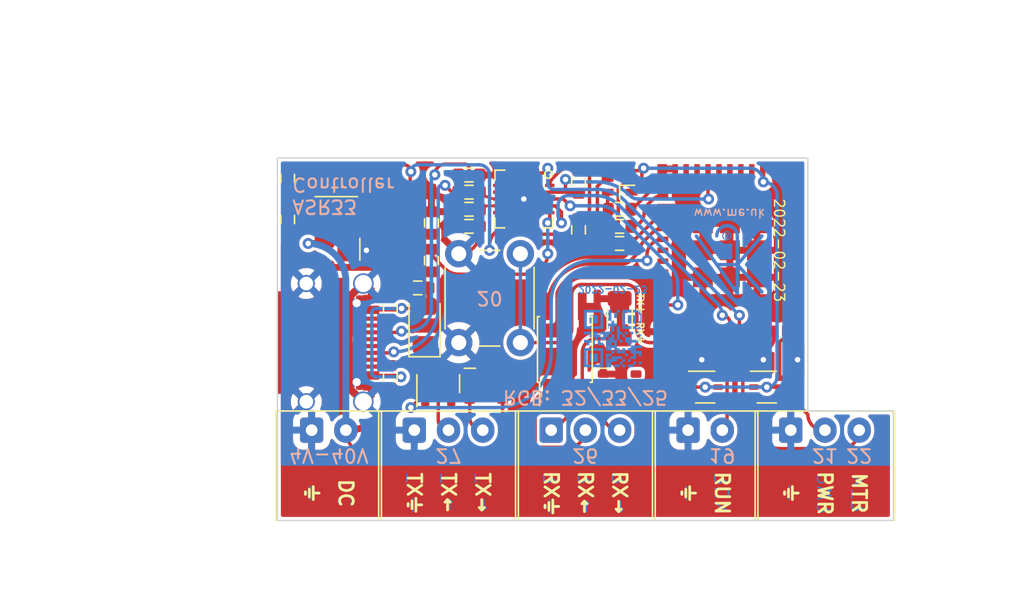
<source format=kicad_pcb>
(kicad_pcb (version 20211014) (generator pcbnew)
  (title_block (title "ASR33 driver") (date "${DATE}") (rev "1") (comment 1 "www.me.uk") (comment 2 "@TheRealRevK"))
  (layers (0 "F.Cu" signal) (31 "B.Cu" signal) (34 "B.Paste" user) (35 "F.Paste" user) (36 "B.SilkS" user "B.Silkscreen") (37 "F.SilkS" user "F.Silkscreen") (38 "B.Mask" user) (39 "F.Mask" user) (44 "Edge.Cuts" user))
  (property "DATE" "2022-02-23")
  (net 0 "")
  (net 1 "D+")
  (net 2 "GND")
  (net 3 "D-")
  (net 4 "+3V3")
  (net 5 "VBUS")
  (net 7 "MTR")
  (net 8 "PWR")
  (net 9 "RUN")
  (net 10 "RX20MA")
  (net 11 "O")
  (net 12 "I")
  (net 13 "Net-(J1-PadA5)")
  (net 22 "EN")
  (net 24 "Net-(J1-PadB5)")
  (net 26 "GPIO0")
  (net 28 "Net-(D1-Pad2)")
  (net 29 "TX20MA")
  (net 30 "Net-(C2-Pad1)")
  (net 31 "Net-(D1-Pad3)")
  (net 32 "R")
  (net 33 "G")
  (net 34 "B")
  (net 36 "Net-(R2-Pad2)")
  (net 37 "Net-(D1-Pad4)")
  (net 38 "Net-(C3-Pad1)")
  (net 39 "Net-(J5-Pad2)")
  (net 40 "Net-(J6-Pad1)")
  (net 41 "Net-(J6-Pad2)")
  (net 46 "BUTTON")
  (net 48 "Net-(R11-Pad2)")
  (net 49 "Net-(J5-Pad3)")
  (net 50 "DC")
  (net 52 "Net-(J6-Pad3)")
  (footprint "RevK:Hidden" (layer "F.Cu") (at 109.75 107.75)
    (fp_text reference "D5" hide)
    (fp_text value "Schottky")
  )
  (footprint "RevK:USC16-TR-Round" (layer "F.Cu") (at 120 107 -90)
    (fp_text reference "J1" hide)
    (fp_text value "USB-C")
  )
  (footprint "RevK:SOT-457" (layer "F.Cu") (at 145 110.25)
    (fp_text reference "U4" hide)
    (fp_text value "NCR402U")
  )
  (footprint "RevK:R_0603" (layer "F.Cu") (at 145 99.75)
    (fp_text reference "R6" hide)
    (fp_text value "220R")
  )
  (footprint "RevK:R_0603" (layer "F.Cu") (at 142 95.25 90)
    (fp_text reference "R1" hide)
    (fp_text value "10k")
  )
  (footprint "RevK:QFN-20-1EP_4x4mm_P0.5mm_EP2.5x2.5mm" (layer "F.Cu") (at 138 96.5 -90)
    (fp_text reference "U2" hide)
    (fp_text value "FT231XQ")
  )
  (footprint "Package_SO:SO-4_4.4x3.6mm_P2.54mm" (layer "F.Cu") (at 141 107.5 90)
    (fp_text reference "U5" hide)
    (fp_text value "LTV-356T")
  )
  (footprint "RevK:C_0603" (layer "F.Cu") (at 130.25 103)
    (fp_text reference "C4" hide)
    (fp_text value "10nF")
  )
  (footprint "RevK:Pad_1206_0805_Bridged" (layer "F.Cu") (at 145 105.25 -90)
    (fp_text reference "JP1" hide)
    (fp_text value "Jumper_2_Bridged")
  )
  (footprint "RevK:R_0603" (layer "F.Cu") (at 120.75 98 90)
    (fp_text reference "R12" hide)
    (fp_text value "30k 1% or NF")
  )
  (footprint "RevK:Hidden" (layer "F.Cu") (at 107.25 107.75)
    (fp_text reference "C5" hide)
    (fp_text value "0.1uF")
  )
  (footprint "RevK:Molex_MiniSPOX_H3RA" (layer "F.Cu") (at 132.5 113.4)
    (fp_text reference "J5" hide)
    (fp_text value "Tx")
  )
  (footprint "RevK:C_0603" (layer "F.Cu") (at 134 94.75)
    (fp_text reference "C3" hide)
    (fp_text value "47pF")
  )
  (footprint "RevK:SOT-457" (layer "F.Cu") (at 135.25 110.25)
    (fp_text reference "U3" hide)
    (fp_text value "NCR402U")
  )
  (footprint "RevK:R_0603" (layer "F.Cu") (at 128.25 109.5 90)
    (fp_text reference "R8" hide)
    (fp_text value "5K1")
  )
  (footprint "RevK:Hidden" (layer "F.Cu") (at 103.01 107.57)
    (fp_text reference "C7" hide)
    (fp_text value "10uF")
  )
  (footprint "RevK:R_0603" (layer "F.Cu") (at 120.75 95 -90)
    (fp_text reference "R11" hide)
    (fp_text value "100k 1% or 0R")
  )
  (footprint "RevK:R_0603" (layer "F.Cu") (at 128.25 104.5 90)
    (fp_text reference "R7" hide)
    (fp_text value "5K1")
  )
  (footprint "RevK:R_0603" (layer "F.Cu") (at 131.25 101 90)
    (fp_text reference "R2" hide)
    (fp_text value "4k7")
  )
  (footprint "RevK:ESP32-PICO-MINI-02" (layer "F.Cu") (at 153.05675 100.25 -90)
    (fp_text reference "U1" hide)
    (fp_text value "ESP32-PICO-MINI-02")
  )
  (footprint "Package_TO_SOT_SMD:SOT-363_SC-70-6" (layer "F.Cu") (at 155.75 110.25)
    (fp_text reference "D2" hide)
    (fp_text value "BAV99S")
  )
  (footprint "RevK:C_0603" (layer "F.Cu") (at 134 98.5)
    (fp_text reference "C2" hide)
    (fp_text value "47pF")
  )
  (footprint "RevK:R_0603" (layer "F.Cu") (at 145 97.25)
    (fp_text reference "R4" hide)
    (fp_text value "680R")
  )
  (footprint "RevK:LED-RGB-1.6x1.6" (layer "F.Cu") (at 145 95.5)
    (fp_text reference "D1" hide)
    (fp_text value "RGB")
  )
  (footprint "Diode_SMD:D_1206_3216Metric" (layer "F.Cu") (at 130.75 105.75 90)
    (fp_text reference "D4" hide)
    (fp_text value "Schottky")
  )
  (footprint "RevK:R_0603" (layer "F.Cu") (at 134 97.25)
    (fp_text reference "R9" hide)
    (fp_text value "27R")
  )
  (footprint "RevK:R_0603" (layer "F.Cu") (at 131.25 98.25 90)
    (fp_text reference "R3" hide)
    (fp_text value "10k")
  )
  (footprint "Package_TO_SOT_SMD:SOT-23" (layer "F.Cu") (at 131.75 110 90)
    (fp_text reference "Q1" hide)
    (fp_text value "NX7002AK")
  )
  (footprint "RevK:RegulatorBlockFB" (layer "F.Cu") (at 124.3 97)
    (fp_text reference "U6" hide)
    (fp_text value "LMR16006+FB")
  )
  (footprint "RevK:Molex_MiniSPOX_H3RA" (layer "F.Cu") (at 142.5 113.4)
    (fp_text reference "J6" hide)
    (fp_text value "Rx")
  )
  (footprint "RevK:R_0603" (layer "F.Cu") (at 145 98.5)
    (fp_text reference "R5" hide)
    (fp_text value "2K")
  )
  (footprint "RevK:R_0603" (layer "F.Cu") (at 134 96 180)
    (fp_text reference "R10" hide)
    (fp_text value "27R")
  )
  (footprint "RevK:Molex_MiniSPOX_H2RA" (layer "F.Cu") (at 123.75 113.4)
    (fp_text reference "J2" hide)
    (fp_text value "DC")
  )
  (footprint "RevK:Hidden" (layer "F.Cu") (at 100.89 107.57)
    (fp_text reference "L1" hide)
    (fp_text value "6.8uH")
  )
  (footprint "RevK:Hidden" (layer "F.Cu") (at 105.13 107.75)
    (fp_text reference "C6" hide)
    (fp_text value "2.2uF")
  )
  (footprint "RevK:SW_PUSH_6mm_PTH" (layer "F.Cu") (at 135.5 103.75 90)
    (fp_text reference "SW1" hide)
    (fp_text value "SW_Push")
  )
  (footprint "RevK:Molex_MiniSPOX_H3RA" (layer "F.Cu") (at 160 113.4)
    (fp_text reference "J3" hide)
    (fp_text value "Power")
  )
  (footprint "Package_TO_SOT_SMD:SOT-363_SC-70-6" (layer "F.Cu") (at 151.25 110.25)
    (fp_text reference "D3" hide)
    (fp_text value "BAV99S")
  )
  (footprint "RevK:Molex_MiniSPOX_H2RA" (layer "F.Cu") (at 151.25 113.4)
    (fp_text reference "J4" hide)
    (fp_text value "RUN")
  )
  (footprint "RevK:C_0603" (layer "F.Cu") (at 142 98.75 -90)
    (fp_text reference "C1" hide)
    (fp_text value "100nF")
  )
  (footprint "RevK:QR-ASR33" (layer "B.Cu") (at 144.5 106.7)
    (fp_text reference "U7" hide)
    (fp_text value "QR" hide)
  )
  (footprint "RevK:AJK" (layer "B.Cu") (at 153.6 101.3)
    (fp_text reference "Logo1" hide)
    (fp_text value "AJK" hide)
  )
  (gr_line (start 158.75 93.5) (end 158.75 112) (layer "Edge.Cuts") (width 0.1))
  (gr_line (start 165 120) (end 120 120) (layer "Edge.Cuts") (width 0.1))
  (gr_line (start 158.75 112) (end 165 112) (layer "Edge.Cuts") (width 0.1))
  (gr_line (start 120 120) (end 120 93.5) (layer "Edge.Cuts") (width 0.1))
  (gr_line (start 165 112) (end 165 120) (layer "Edge.Cuts") (width 0.1))
  (gr_line (start 120 93.5) (end 158.75 93.5) (layer "Edge.Cuts") (width 0.1))
  (gr_text "⏚" (at 150 118 90) (layer "B.Cu") (effects (font (size 1 1) (thickness 0.1)) (justify mirror)))
  (gr_text "⏚" (at 122.5 118 90) (layer "B.Cu") (effects (font (size 1 1) (thickness 0.1)) (justify mirror)))
  (gr_text "TX←" (at 132.5 118 90) (layer "B.Cu") (effects (font (size 1 1) (thickness 0.1)) (justify mirror)))
  (gr_text "MTR" (at 162.5 118 90) (layer "B.Cu") (effects (font (size 1 1) (thickness 0.1)) (justify mirror)))
  (gr_text "⏚" (at 157.5 118 90) (layer "B.Cu") (effects (font (size 1 1) (thickness 0.1)) (justify mirror)))
  (gr_text "RX→" (at 145 118 90) (layer "B.Cu") (effects (font (size 1 1) (thickness 0.1)) (justify mirror)))
  (gr_text "RUN" (at 152.5 118 90) (layer "B.Cu") (effects (font (size 1 1) (thickness 0.1)) (justify mirror)))
  (gr_text "DC" (at 125 118 90) (layer "B.Cu") (effects (font (size 1 1) (thickness 0.1)) (justify mirror)))
  (gr_text "TX→" (at 135 118 90) (layer "B.Cu") (effects (font (size 1 1) (thickness 0.1)) (justify mirror)))
  (gr_text "TX⏚" (at 130 118 90) (layer "B.Cu") (effects (font (size 1 1) (thickness 0.1)) (justify mirror)))
  (gr_text "PWR" (at 160 118 90) (layer "B.Cu") (effects (font (size 1 1) (thickness 0.1)) (justify mirror)))
  (gr_text "RX⏚" (at 140 118 90) (layer "B.Cu") (effects (font (size 1 1) (thickness 0.1)) (justify mirror)))
  (gr_text "RX←" (at 142.5 118 90) (layer "B.Cu") (effects (font (size 1 1) (thickness 0.1)) (justify mirror)))
  (gr_text "21" (at 160 115.25 180) (layer "B.SilkS") (effects (font (size 1 1)) (justify mirror)))
  (gr_text "ASR33\nController" (at 121 96.25 180) (layer "B.SilkS") (effects (font (size 1 1)) (justify left mirror)))
  (gr_text "4V-40V" (at 123.75 115.25 180) (layer "B.SilkS") (effects (font (size 1 1)) (justify mirror)))
  (gr_text "26" (at 142.5 115.25 180) (layer "B.SilkS") (effects (font (size 1 1)) (justify mirror)))
  (gr_text "22" (at 162.5 115.25 180) (layer "B.SilkS") (effects (font (size 1 1)) (justify mirror)))
  (gr_text "20" (at 135.5 103.75 180) (layer "B.SilkS") (effects (font (size 1 1)) (justify mirror)))
  (gr_text "RGB: 32/33/25" (at 142.5 111 180) (layer "B.SilkS") (effects (font (size 1 1)) (justify mirror)))
  (gr_text "19" (at 152.5 115.25 180) (layer "B.SilkS") (effects (font (size 1 1)) (justify mirror)))
  (gr_text "27" (at 132.5 115.25 180) (layer "B.SilkS") (effects (font (size 1 1)) (justify mirror)))
  (gr_text "MTR" (at 162.5 118 270) (layer "F.SilkS") (effects (font (size 1 1) (thickness 0.2))))
  (gr_text "⏚" (at 122.5 118 270) (layer "F.SilkS") (effects (font (size 1 1) (thickness 0.2))))
  (gr_text "RUN" (at 152.5 118 270) (layer "F.SilkS") (effects (font (size 1 1) (thickness 0.2))))
  (gr_text "⏚" (at 157.5 118 270) (layer "F.SilkS") (effects (font (size 1 1) (thickness 0.2))))
  (gr_text "TX⏚" (at 130 118 270) (layer "F.SilkS") (effects (font (size 1 1) (thickness 0.2))))
  (gr_text "TX⏚-RX⏚" (at 146.5 105.25 270) (layer "F.SilkS") (effects (font (size 0.5 0.5) (thickness 0.1))))
  (gr_text "TX←" (at 132.5 118 270) (layer "F.SilkS") (effects (font (size 1 1) (thickness 0.2))))
  (gr_text "PWR" (at 160 118 270) (layer "F.SilkS") (effects (font (size 1 1) (thickness 0.2))))
  (gr_text "TX→" (at 135 118 270) (layer "F.SilkS") (effects (font (size 1 1) (thickness 0.2))))
  (gr_text "⏚" (at 150 118 270) (layer "F.SilkS") (effects (font (size 1 1) (thickness 0.2))))
  (gr_text "RX←" (at 142.5 118 270) (layer "F.SilkS") (effects (font (size 1 1) (thickness 0.2))))
  (gr_text "RX⏚" (at 140 118 270) (layer "F.SilkS") (effects (font (size 1 1) (thickness 0.2))))
  (gr_text "RX→" (at 145 118 270) (layer "F.SilkS") (effects (font (size 1 1) (thickness 0.2))))
  (gr_text "DC" (at 125 118 270) (layer "F.SilkS") (effects (font (size 1 1) (thickness 0.2))))
  (segment (start 136.1 96.5) (end 136.032106 96.5) (width 0.2) (layer "F.Cu") (net 1))
  (arc (start 136.032106 96.5) (mid 135.378825 96.370054) (end 134.825 96) (width 0.2) (layer "F.Cu") (net 1))
  (segment (start 128.0625 100.17) (end 126.58 100.17) (width 0.5) (layer "F.Cu") (net 2))
  (segment (start 138.5 96) (end 138 96.5) (width 0.25) (layer "F.Cu") (net 2))
  (segment (start 134.775 94.75) (end 135.35 94.75) (width 0.25) (layer "F.Cu") (net 2))
  (segment (start 138 94.6) (end 138 96.5) (width 0.25) (layer "F.Cu") (net 2))
  (segment (start 138 98.4) (end 138 96.5) (width 0.25) (layer "F.Cu") (net 2))
  (segment (start 129.7 101.5) (end 129.7 102.775) (width 0.25) (layer "F.Cu") (net 2))
  (segment (start 126.86 103.8) (end 128.125 103.8) (width 0.25) (layer "F.Cu") (net 2))
  (segment (start 137.5 94.6) (end 137.5 96) (width 0.25) (layer "F.Cu") (net 2))
  (segment (start 126.86 110.2) (end 128.125 110.2) (width 0.25) (layer "F.Cu") (net 2))
  (segment (start 137 94.6) (end 137 95.5) (width 0.25) (layer "F.Cu") (net 2))
  (segment (start 136.1 95.5) (end 137 95.5) (width 0.25) (layer "F.Cu") (net 2))
  (segment (start 126.58 100.17) (end 126.5 100.25) (width 0.5) (layer "F.Cu") (net 2))
  (segment (start 138.5 94.6) (end 138.5 96) (width 0.25) (layer "F.Cu") (net 2))
  (segment (start 137 95.5) (end 138 96.5) (width 0.25) (layer "F.Cu") (net 2))
  (segment (start 134.775 98.5) (end 134.775 98.975) (width 0.25) (layer "F.Cu") (net 2))
  (segment (start 129.7 102.775) (end 129.475 103) (width 0.25) (layer "F.Cu") (net 2))
  (via (at 151 108.25) (size 0.8) (drill 0.4) (layers "F.Cu" "B.Cu") (net 2))
  (via (at 126.5 100.25) (size 0.8) (drill 0.4) (layers "F.Cu" "B.Cu") (net 2))
  (via (at 138 96.5) (size 0.8) (drill 0.4) (layers "F.Cu" "B.Cu") (net 2))
  (via (at 155.5 108.25) (size 0.8) (drill 0.4) (layers "F.Cu" "B.Cu") (net 2))
  (via (at 158 108.25) (size 0.8) (drill 0.4) (layers "F.Cu" "B.Cu") (net 2))
  (arc (start 135.35 94.75) (mid 135.88033 94.96967) (end 136.1 95.5) (width 0.25) (layer "F.Cu") (net 2))
  (arc (start 128.125 103.8) (mid 128.213388 103.763388) (end 128.25 103.675) (width 0.25) (layer "F.Cu") (net 2))
  (arc (start 128.125 110.2) (mid 128.213388 110.236612) (end 128.25 110.325) (width 0.25) (layer "F.Cu") (net 2))
  (arc (start 134.775 98.975) (mid 134.328338 100.053338) (end 133.25 100.5) (width 0.25) (layer "F.Cu") (net 2))
  (segment (start 136.1 97) (end 135.428553 97) (width 0.2) (layer "F.Cu") (net 3))
  (arc (start 135.428553 97) (mid 135.101913 97.064973) (end 134.825 97.25) (width 0.2) (layer "F.Cu") (net 3))
  (segment (start 155.5 94.39325) (end 155.45675 94.35) (width 0.25) (layer "F.Cu") (net 4))
  (segment (start 135.5 99.9) (end 135.5 100.25) (width 0.25) (layer "F.Cu") (net 4))
  (segment (start 146.624511 94.425489) (end 146.624511 94.375489) (width 0.25) (layer "F.Cu") (net 4))
  (segment (start 129.25 94) (end 120.925 94) (width 0.25) (layer "F.Cu") (net 4))
  (segment (start 137 98.4) (end 137.5 98.4) (width 0.25) (layer "F.Cu") (net 4))
  (segment (start 142 94.425) (end 142.825 94.425) (width 0.25) (layer "F.Cu") (net 4))
  (segment (start 137.777192 99.07452) (end 140.82452 99.07452) (width 0.25) (layer "F.Cu") (net 4))
  (segment (start 142.825 94.425) (end 146.624022 94.425) (width 0.25) (layer "F.Cu") (net 4))
  (segment (start 151.25 110.25) (end 152.2 110.25) (width 0.25) (layer "F.Cu") (net 4))
  (segment (start 146.624511 94.375489) (end 146.75 94.25) (width 0.25) (layer "F.Cu") (net 4))
  (segment (start 141.78938 98.483482) (end 141.462675 98.810187) (width 0.25) (layer "F.Cu") (net 4))
  (segment (start 155.5 95.25) (end 155.5 94.39325) (width 0.25) (layer "F.Cu") (net 4))
  (segment (start 140.545387 94.545387) (end 140.118656 94.972118) (width 0.25) (layer "F.Cu") (net 4))
  (segment (start 146.624022 94.425) (end 146.624511 94.425489) (width 0.25) (layer "F.Cu") (net 4))
  (segment (start 140.551407 94.539366) (end 140.545387 94.545387) (width 0.25) (layer "F.Cu") (net 4))
  (segment (start 146.624511 95.425489) (end 146.05 96) (width 0.25) (layer "F.Cu") (net 4))
  (segment (start 129.7 94.55) (end 129.75 94.5) (width 0.25) (layer "F.Cu") (net 4))
  (segment (start 146.05 96) (end 145.875 96) (width 0.25) (layer "F.Cu") (net 4))
  (segment (start 142.79952 94.486514) (end 142.79952 97.17548) (width 0.25) (layer "F.Cu") (net 4))
  (segment (start 146.624511 94.425489) (end 146.624511 95.425489) (width 0.25) (layer "F.Cu") (net 4))
  (segment (start 137.5 98.797328) (end 137.5 98.4) (width 0.25) (layer "F.Cu") (net 4))
  (segment (start 155.75 110.25) (end 156.7 110.25) (width 0.25) (layer "F.Cu") (net 4))
  (segment (start 150.3 110.25) (end 151.25 110.25) (width 0.25) (layer "F.Cu") (net 4))
  (segment (start 141.577513 94.25) (end 141.25 94.25) (width 0.25) (layer "F.Cu") (net 4))
  (segment (start 136.825 98.575) (end 137 98.4) (width 0.25) (layer "F.Cu") (net 4))
  (segment (start 154.8 110.25) (end 155.75 110.25) (width 0.25) (layer "F.Cu") (net 4))
  (segment (start 129.7 97.05) (end 129.7 94.55) (width 0.25) (layer "F.Cu") (net 4))
  (via (at 155.5 95.25) (size 0.8) (drill 0.4) (layers "F.Cu" "B.Cu") (net 4))
  (via (at 146.75 94.25) (size 0.8) (drill 0.4) (layers "F.Cu" "B.Cu") (net 4))
  (via (at 151.25 110.25) (size 0.8) (drill 0.4) (layers "F.Cu" "B.Cu") (net 4))
  (via (at 135.5 100.25) (size 0.8) (drill 0.4) (layers "F.Cu" "B.Cu") (net 4))
  (via (at 155.75 110.25) (size 0.8) (drill 0.4) (layers "F.Cu" "B.Cu") (net 4))
  (via (at 129.75 94.5) (size 0.8) (drill 0.4) (layers "F.Cu" "B.Cu") (net 4))
  (arc (start 136.825 98.575) (mid 135.888084 98.963084) (end 135.5 99.9) (width 0.25) (layer "F.Cu") (net 4))
  (arc (start 142.79952 97.17548) (mid 142.565346 97.740826) (end 142 97.975) (width 0.25) (layer "F.Cu") (net 4))
  (arc (start 141.25 94.25) (mid 140.871924 94.325204) (end 140.551407 94.539366) (width 0.25) (layer "F.Cu") (net 4))
  (arc (start 142 94.425) (mid 141.806162 94.295481) (end 141.577513 94.25) (width 0.25) (layer "F.Cu") (net 4))
  (arc (start 142.825 94.425) (mid 142.806142 94.453223) (end 142.79952 94.486514) (width 0.25) (layer "F.Cu") (net 4))
  (arc (start 120.925 94) (mid 120.801256 94.051256) (end 120.75 94.175) (width 0.25) (layer "F.Cu") (net 4))
  (arc (start 140.118656 94.972118) (mid 139.956827 95.214312) (end 139.9 95.5) (width 0.25) (layer "F.Cu") (net 4))
  (arc (start 142 97.975) (mid 141.945262 98.250188) (end 141.78938 98.483482) (width 0.25) (layer "F.Cu") (net 4))
  (arc (start 137.777192 99.07452) (mid 137.581188 98.993332) (end 137.5 98.797328) (width 0.25) (layer "F.Cu") (net 4))
  (arc (start 129.75 94.5) (mid 129.603553 94.146447) (end 129.25 94) (width 0.25) (layer "F.Cu") (net 4))
  (arc (start 141.462675 98.810187) (mid 141.169887 99.005822) (end 140.82452 99.07452) (width 0.25) (layer "F.Cu") (net 4))
  (arc (start 136.1 97.5) (mid 136.736396 97.763604) (end 137 98.4) (width 0.25) (layer "F.Cu") (net 4))
  (segment (start 156.5 109.5) (end 156.5 96.25) (width 0.25) (layer "B.Cu") (net 4))
  (segment (start 146.75 94.25) (end 154.5 94.25) (width 0.25) (layer "B.Cu") (net 4))
  (segment (start 135.5 94.75) (end 135.5 100.25) (width 0.25) (layer "B.Cu") (net 4))
  (segment (start 130.25 94) (end 134.75 94) (width 0.25) (layer "B.Cu") (net 4))
  (segment (start 151.25 110.25) (end 155.75 110.25) (width 0.25) (layer "B.Cu") (net 4))
  (arc (start 134.75 94) (mid 135.28033 94.21967) (end 135.5 94.75) (width 0.25) (layer "B.Cu") (net 4))
  (arc (start 129.75 94.5) (mid 129.896447 94.146447) (end 130.25 94) (width 0.25) (layer "B.Cu") (net 4))
  (arc (start 155.75 110.25) (mid 156.28033 110.03033) (end 156.5 109.5) (width 0.25) (layer "B.Cu") (net 4))
  (arc (start 154.5 94.25) (mid 155.207107 94.542893) (end 155.5 95.25) (width 0.25) (layer "B.Cu") (net 4))
  (arc (start 156.5 96.25) (mid 156.207107 95.542893) (end 155.5 95.25) (width 0.25) (layer "B.Cu") (net 4))
  (segment (start 129.008811 104.556954) (end 129.019116 104.556954) (width 0.25) (layer "F.Cu") (net 5))
  (segment (start 131.025 104.075) (end 130.75 104.35) (width 0.25) (layer "F.Cu") (net 5))
  (segment (start 126.86 109.4) (end 128.923574 109.4) (width 0.25) (layer "F.Cu") (net 5))
  (segment (start 131.025 103) (end 131.025 104.075) (width 0.25) (layer "F.Cu") (net 5))
  (segment (start 129.019116 104.556954) (end 129.07607 104.5) (width 0.25) (layer "F.Cu") (net 5))
  (segment (start 126.86 104.6) (end 128.923574 104.6) (width 0.25) (layer "F.Cu") (net 5))
  (segment (start 129.07631 104.49976) (end 129.07607 104.5) (width 0.25) (layer "F.Cu") (net 5))
  (segment (start 131.25 102.775) (end 131.025 103) (width 0.25) (layer "F.Cu") (net 5))
  (segment (start 130.629789 104.49976) (end 129.07631 104.49976) (width 0.25) (layer "F.Cu") (net 5))
  (segment (start 131.25 101.825) (end 131.25 102.775) (width 0.25) (layer "F.Cu") (net 5))
  (via (at 129.023574 109.5) (size 0.8) (drill 0.4) (layers "F.Cu" "B.Cu") (net 5))
  (via (at 129.07607 104.5) (size 0.8) (drill 0.4) (layers "F.Cu" "B.Cu") (net 5))
  (arc (start 128.923574 104.6) (mid 128.970714 104.588193) (end 129.008811 104.556954) (width 0.25) (layer "F.Cu") (net 5))
  (arc (start 128.923574 109.4) (mid 128.994285 109.429289) (end 129.023574 109.5) (width 0.25) (layer "F.Cu") (net 5))
  (arc (start 130.75 104.35) (mid 130.715952 104.445159) (end 130.629789 104.49976) (width 0.25) (layer "F.Cu") (net 5))
  (segment (start 129.023574 109.5) (end 127.2 109.5) (width 0.25) (layer "B.Cu") (net 5))
  (segment (start 126.9 109.2) (end 126.9 104.8) (width 0.25) (layer "B.Cu") (net 5))
  (segment (start 129.074993 104.501077) (end 129.07607 104.5) (width 0.25) (layer "B.Cu") (net 5))
  (segment (start 127.152655 104.501077) (end 129.074993 104.501077) (width 0.25) (layer "B.Cu") (net 5))
  (arc (start 127.2 109.5) (mid 126.987868 109.412132) (end 126.9 109.2) (width 0.25) (layer "B.Cu") (net 5))
  (arc (start 126.9 104.8) (mid 126.971878 104.605166) (end 127.152655 104.501077) (width 0.25) (layer "B.Cu") (net 5))
  (segment (start 154.225 110.9) (end 154.8 110.9) (width 0.25) (layer "F.Cu") (net 7))
  (segment (start 156.25675 106.15) (end 156.25675 106.74325) (width 0.25) (layer "F.Cu") (net 7))
  (segment (start 155.5 107.5) (end 155 107.5) (width 0.25) (layer "F.Cu") (net 7))
  (segment (start 154.8 110.9) (end 154.8 112.787493) (width 0.25) (layer "F.Cu") (net 7))
  (segment (start 154 108.5) (end 154 110.675) (width 0.25) (layer "F.Cu") (net 7))
  (segment (start 156.762507 114.75) (end 161.15 114.75) (width 0.25) (layer "F.Cu") (net 7))
  (arc (start 156.25675 106.74325) (mid 156.035103 107.278353) (end 155.5 107.5) (width 0.25) (layer "F.Cu") (net 7))
  (arc (start 154 110.675) (mid 154.065901 110.834099) (end 154.225 110.9) (width 0.25) (layer "F.Cu") (net 7))
  (arc (start 161.15 114.75) (mid 162.104594 114.354594) (end 162.5 113.4) (width 0.25) (layer "F.Cu") (net 7))
  (arc (start 154.8 112.787493) (mid 155.374805 114.175195) (end 156.762507 114.75) (width 0.25) (layer "F.Cu") (net 7))
  (arc (start 155 107.5) (mid 154.292893 107.792893) (end 154 108.5) (width 0.25) (layer "F.Cu") (net 7))
  (segment (start 158.25 110.575) (end 158.25 111.75) (width 0.25) (layer "F.Cu") (net 8))
  (segment (start 159.9 113.4) (end 160 113.4) (width 0.25) (layer "F.Cu") (net 8))
  (segment (start 158.25 111.75) (end 158.75 112.25) (width 0.25) (layer "F.Cu") (net 8))
  (segment (start 156.7 109.6) (end 157.275 109.6) (width 0.25) (layer "F.Cu") (net 8))
  (segment (start 157.05675 106.15) (end 157.05675 106.69325) (width 0.25) (layer "F.Cu") (net 8))
  (segment (start 156.7 107.05) (end 156.7 109.6) (width 0.25) (layer "F.Cu") (net 8))
  (arc (start 157.05675 106.69325) (mid 157.040128 106.733378) (end 157 106.75) (width 0.25) (layer "F.Cu") (net 8))
  (arc (start 157 106.75) (mid 156.787868 106.837868) (end 156.7 107.05) (width 0.25) (layer "F.Cu") (net 8))
  (arc (start 157.275 109.6) (mid 157.964429 109.885571) (end 158.25 110.575) (width 0.25) (layer "F.Cu") (net 8))
  (arc (start 158.75 112.25) (mid 159.086827 113.063173) (end 159.9 113.4) (width 0.25) (layer "F.Cu") (net 8))
  (segment (start 152.2 109.6) (end 152.775 109.6) (width 0.25) (layer "F.Cu") (net 9))
  (segment (start 155.25 107) (end 154 107) (width 0.25) (layer "F.Cu") (net 9))
  (segment (start 152.2 109.6) (end 152.2 108.8) (width 0.25) (layer "F.Cu") (net 9))
  (segment (start 152.849511 109.674511) (end 152.849511 113.050489) (width 0.25) (layer "F.Cu") (net 9))
  (segment (start 152.775 109.6) (end 152.849511 109.674511) (width 0.25) (layer "F.Cu") (net 9))
  (segment (start 155.45675 106.15) (end 155.45675 106.79325) (width 0.25) (layer "F.Cu") (net 9))
  (arc (start 155.45675 106.79325) (mid 155.396194 106.939444) (end 155.25 107) (width 0.25) (layer "F.Cu") (net 9))
  (arc (start 152.2 108.8) (mid 152.727208 107.527208) (end 154 107) (width 0.25) (layer "F.Cu") (net 9))
  (arc (start 152.849511 113.050489) (mid 152.747142 113.297631) (end 152.5 113.4) (width 0.25) (layer "F.Cu") (net 9))
  (segment (start 146.720153 99.637574) (end 147.390222 98.967507) (width 0.25) (layer "F.Cu") (net 10))
  (segment (start 145.217777 101.25) (end 142.83 101.25) (width 0.25) (layer "F.Cu") (net 10))
  (segment (start 145.770892 101.020892) (end 146.413229 100.378555) (width 0.25) (layer "F.Cu") (net 10))
  (arc (start 142.83 101.25) (mid 140.637969 102.157969) (end 139.73 104.35) (width 0.25) (layer "F.Cu") (net 10))
  (arc (start 148.15675 98.65) (mid 147.741908 98.732517) (end 147.390222 98.967507) (width 0.25) (layer "F.Cu") (net 10))
  (arc (start 146.54952 100.04952) (mid 146.593866 99.826577) (end 146.720153 99.637574) (width 0.25) (layer "F.Cu") (net 10))
  (arc (start 146.413229 100.378555) (mid 146.514099 100.227592) (end 146.54952 100.04952) (width 0.25) (layer "F.Cu") (net 10))
  (arc (start 145.770892 101.020892) (mid 145.517121 101.190457) (end 145.217777 101.25) (width 0.25) (layer "F.Cu") (net 10))
  (segment (start 139.4 94.6) (end 139.75 94.25) (width 0.25) (layer "F.Cu") (net 11))
  (segment (start 153.75 106.04325) (end 153.85675 106.15) (width 0.25) (layer "F.Cu") (net 11))
  (segment (start 139 94.6) (end 139.4 94.6) (width 0.25) (layer "F.Cu") (net 11))
  (segment (start 153.75 105) (end 153.75 106.04325) (width 0.25) (layer "F.Cu") (net 11))
  (via (at 153.75 105) (size 0.8) (drill 0.4) (layers "F.Cu" "B.Cu") (net 11))
  (via (at 139.75 94.25) (size 0.8) (drill 0.4) (layers "F.Cu" "B.Cu") (net 11))
  (segment (start 140.199511 95.800489) (end 143.384455 95.800489) (width 0.25) (layer "B.Cu") (net 11))
  (segment (start 145.375 96.625) (end 153.75 105) (width 0.25) (layer "B.Cu") (net 11))
  (segment (start 139.75 94.25) (end 139.75 95.350978) (width 0.25) (layer "B.Cu") (net 11))
  (arc (start 139.75 95.350978) (mid 139.881659 95.66883) (end 140.199511 95.800489) (width 0.25) (layer "B.Cu") (net 11))
  (arc (start 143.384455 95.800489) (mid 144.46173 96.014773) (end 145.375 96.625) (width 0.25) (layer "B.Cu") (net 11))
  (segment (start 140.75 97.452672) (end 140.75 98.25) (width 0.25) (layer "F.Cu") (net 12))
  (segment (start 153.05675 106.15) (end 153.05675 105.55675) (width 0.25) (layer "F.Cu") (net 12))
  (segment (start 140.297328 97) (end 140.75 97.452672) (width 0.25) (layer "F.Cu") (net 12))
  (segment (start 139.9 97) (end 140.297328 97) (width 0.25) (layer "F.Cu") (net 12))
  (via (at 152.5 105) (size 0.8) (drill 0.4) (layers "F.Cu" "B.Cu") (net 12))
  (via (at 140.75 98.25) (size 0.8) (drill 0.4) (layers "F.Cu" "B.Cu") (net 12))
  (arc (start 153.05675 105.55675) (mid 152.893682 105.163068) (end 152.5 105) (width 0.25) (layer "F.Cu") (net 12))
  (segment (start 141.25 96.25) (end 143.18934 96.25) (width 0.25) (layer "B.Cu") (net 12))
  (segment (start 145 97) (end 152.146446 104.146446) (width 0.25) (layer "B.Cu") (net 12))
  (segment (start 140.5 97.646447) (end 140.5 97) (width 0.25) (layer "B.Cu") (net 12))
  (arc (start 143.18934 96.25) (mid 144.169262 96.444919) (end 145 97) (width 0.25) (layer "B.Cu") (net 12))
  (arc (start 140.75 98.25) (mid 140.564973 97.973088) (end 140.5 97.646447) (width 0.25) (layer "B.Cu") (net 12))
  (arc (start 140.5 97) (mid 140.71967 96.46967) (end 141.25 96.25) (width 0.25) (layer "B.Cu") (net 12))
  (arc (start 152.146446 104.146446) (mid 152.408114 104.53806) (end 152.5 105) (width 0.25) (layer "B.Cu") (net 12))
  (segment (start 126.86 105.75) (end 127.825 105.75) (width 0.25) (layer "F.Cu") (net 13))
  (arc (start 127.825 105.75) (mid 128.12552 105.62552) (end 128.25 105.325) (width 0.25) (layer "F.Cu") (net 13))
  (segment (start 140.75 96) (end 141.04472 95.70528) (width 0.25) (layer "F.Cu") (net 22))
  (segment (start 140.75 96) (end 141.925 96) (width 0.25) (layer "F.Cu") (net 22))
  (segment (start 139.9 96) (end 140.75 96) (width 0.25) (layer "F.Cu") (net 22))
  (segment (start 141.04472 95.70528) (end 141.04472 95.070653) (width 0.25) (layer "F.Cu") (net 22))
  (segment (start 151.45675 94.35) (end 151.45675 96.45675) (width 0.25) (layer "F.Cu") (net 22))
  (segment (start 141.925 96) (end 142 96.075) (width 0.25) (layer "F.Cu") (net 22))
  (via (at 151.5 96.5) (size 0.8) (drill 0.4) (layers "F.Cu" "B.Cu") (net 22))
  (via (at 141.04472 95.070653) (size 0.8) (drill 0.4) (layers "F.Cu" "B.Cu") (net 22))
  (arc (start 151.45675 96.45675) (mid 151.469418 96.487332) (end 151.5 96.5) (width 0.25) (layer "F.Cu") (net 22))
  (segment (start 143.335787 95.25) (end 143 95.25) (width 0.25) (layer "B.Cu") (net 22))
  (segment (start 143 95.25) (end 141.224067 95.25) (width 0.25) (layer "B.Cu") (net 22))
  (segment (start 151.5 96.5) (end 146.353553 96.5) (width 0.25) (layer "B.Cu") (net 22))
  (segment (start 141.224067 95.25) (end 141.04472 95.070653) (width 0.25) (layer "B.Cu") (net 22))
  (arc (start 146.353553 96.5) (mid 146.026912 96.435027) (end 145.75 96.25) (width 0.25) (layer "B.Cu") (net 22))
  (arc (start 145.75 96.25) (mid 144.64235 95.509891) (end 143.335787 95.25) (width 0.25) (layer "B.Cu") (net 22))
  (segment (start 126.86 108.75) (end 128.175 108.75) (width 0.25) (layer "F.Cu") (net 24))
  (arc (start 128.175 108.75) (mid 128.228033 108.728033) (end 128.25 108.675) (width 0.25) (layer "F.Cu") (net 24))
  (segment (start 139.9 96.5) (end 140.885206 96.5) (width 0.25) (layer "F.Cu") (net 26))
  (segment (start 140.885206 96.5) (end 141.382745 96.997539) (width 0.25) (layer "F.Cu") (net 26))
  (segment (start 149.25 104.25) (end 148.15675 104.25) (width 0.25) (layer "F.Cu") (net 26))
  (via (at 141.382745 96.997539) (size 0.8) (drill 0.4) (layers "F.Cu" "B.Cu") (net 26))
  (via (at 149.25 104.25) (size 0.8) (drill 0.4) (layers "F.Cu" "B.Cu") (net 26))
  (segment (start 141.382745 96.997539) (end 143.536952 96.997539) (width 0.25) (layer "B.Cu") (net 26))
  (segment (start 144.75 97.5) (end 148.75 101.5) (width 0.25) (layer "B.Cu") (net 26))
  (segment (start 149.25 102.707106) (end 149.25 104.25) (width 0.25) (layer "B.Cu") (net 26))
  (arc (start 143.536952 96.997539) (mid 144.193448 97.128125) (end 144.75 97.5) (width 0.25) (layer "B.Cu") (net 26))
  (arc (start 148.75 101.5) (mid 149.120054 102.053825) (end 149.25 102.707106) (width 0.25) (layer "B.Cu") (net 26))
  (segment (start 144.125 97.2) (end 144.175 97.25) (width 0.25) (layer "F.Cu") (net 28))
  (segment (start 144.125 96) (end 144.125 97.2) (width 0.25) (layer "F.Cu") (net 28))
  (segment (start 147 101) (end 147 100.60675) (width 0.25) (layer "F.Cu") (net 29))
  (segment (start 130.5625 110.9375) (end 129.75 111.75) (width 0.25) (layer "F.Cu") (net 29))
  (segment (start 130.8 110.9375) (end 130.5625 110.9375) (width 0.25) (layer "F.Cu") (net 29))
  (via (at 129.75 111.75) (size 0.8) (drill 0.4) (layers "F.Cu" "B.Cu") (net 29))
  (via (at 147 101) (size 0.8) (drill 0.4) (layers "F.Cu" "B.Cu") (net 29))
  (arc (start 147 100.60675) (mid 147.338804 99.788804) (end 148.15675 99.45) (width 0.25) (layer "F.Cu") (net 29))
  (segment (start 136 111.75) (end 129.75 111.75) (width 0.25) (layer "B.Cu") (net 29))
  (segment (start 147 101) (end 143 101) (width 0.25) (layer "B.Cu") (net 29))
  (segment (start 140 104) (end 140 107.75) (width 0.25) (layer "B.Cu") (net 29))
  (arc (start 143 101) (mid 140.87868 101.87868) (end 140 104) (width 0.25) (layer "B.Cu") (net 29))
  (arc (start 140 107.75) (mid 138.828427 110.578427) (end 136 111.75) (width 0.25) (layer "B.Cu") (net 29))
  (segment (start 126.86 106.25) (end 126.4 106.25) (width 0.25) (layer "F.Cu") (net 30))
  (segment (start 132.27402 93.95048) (end 133.70048 93.95048) (width 0.25) (layer "F.Cu") (net 30))
  (segment (start 133.175 97.25) (end 133.175 98.45) (width 0.25) (layer "F.Cu") (net 30))
  (segment (start 129.062701 106.162701) (end 128.975402 106.25) (width 0.25) (layer "F.Cu") (net 30))
  (segment (start 126.86 106.25) (end 126.35 106.25) (width 0.25) (layer "F.Cu") (net 30))
  (segment (start 134 94.25) (end 134 96.425) (width 0.25) (layer "F.Cu") (net 30))
  (segment (start 126.86 107.25) (end 126.35 107.25) (width 0.25) (layer "F.Cu") (net 30))
  (segment (start 128.975402 106.25) (end 126.86 106.25) (width 0.25) (layer "F.Cu") (net 30))
  (segment (start 133.175 98.45) (end 133.225 98.5) (width 0.25) (layer "F.Cu") (net 30))
  (via (at 129.062701 106.162701) (size 0.8) (drill 0.4) (layers "F.Cu" "B.Cu") (net 30))
  (via (at 131.5 94.7245) (size 0.8) (drill 0.4) (layers "F.Cu" "B.Cu") (net 30))
  (arc (start 126.35 107.25) (mid 125.996447 107.103553) (end 125.85 106.75) (width 0.25) (layer "F.Cu") (net 30))
  (arc (start 131.5 94.7245) (mid 131.726705 94.177185) (end 132.27402 93.95048) (width 0.25) (layer "F.Cu") (net 30))
  (arc (start 133.70048 93.95048) (mid 133.912273 94.038207) (end 134 94.25) (width 0.25) (layer "F.Cu") (net 30))
  (arc (start 126.35 106.25) (mid 125.996447 106.396447) (end 125.85 106.75) (width 0.25) (layer "F.Cu") (net 30))
  (arc (start 134 96.425) (mid 133.758363 97.008363) (end 133.175 97.25) (width 0.25) (layer "F.Cu") (net 30))
  (segment (start 131.25 94.9745) (end 131.5 94.7245) (width 0.25) (layer "B.Cu") (net 30))
  (segment (start 131.25 104.5) (end 131.25 94.9745) (width 0.25) (layer "B.Cu") (net 30))
  (segment (start 129.062701 106.162701) (end 129.587299 106.162701) (width 0.25) (layer "B.Cu") (net 30))
  (arc (start 129.587299 106.162701) (mid 130.763006 105.675707) (end 131.25 104.5) (width 0.25) (layer "B.Cu") (net 30))
  (segment (start 143.95 95) (end 143.375489 95.574511) (width 0.25) (layer "F.Cu") (net 31))
  (segment (start 143.375489 97.700489) (end 144.175 98.5) (width 0.25) (layer "F.Cu") (net 31))
  (segment (start 143.375489 95.574511) (end 143.375489 97.700489) (width 0.25) (layer "F.Cu") (net 31))
  (segment (start 144.125 95) (end 143.95 95) (width 0.25) (layer "F.Cu") (net 31))
  (segment (start 145.907728 97.25) (end 147.390222 95.767507) (width 0.25) (layer "F.Cu") (net 32))
  (segment (start 145.907728 97.25) (end 145.825 97.25) (width 0.25) (layer "F.Cu") (net 32))
  (arc (start 148.15675 95.45) (mid 147.741908 95.532517) (end 147.390222 95.767507) (width 0.25) (layer "F.Cu") (net 32))
  (segment (start 147.384789 96.569757) (end 147.049451 96.905095) (width 0.25) (layer "F.Cu") (net 33))
  (arc (start 145.825 98.5) (mid 146.50559 98.21809) (end 146.7875 97.5375) (width 0.25) (layer "F.Cu") (net 33))
  (arc (start 147.049451 96.905095) (mid 146.855579 97.195244) (end 146.7875 97.5375) (width 0.25) (layer "F.Cu") (net 33))
  (arc (start 147.384789 96.569757) (mid 147.738967 96.333102) (end 148.15675 96.25) (width 0.25) (layer "F.Cu") (net 33))
  (segment (start 147.419706 98.155293) (end 145.825 99.75) (width 0.25) (layer "F.Cu") (net 34))
  (arc (start 148.15675 97.85) (mid 147.757865 97.929343) (end 147.419706 98.155293) (width 0.25) (layer "F.Cu") (net 34))
  (segment (start 131.945891 101.304109) (end 131.556331 100.91455) (width 0.25) (layer "F.Cu") (net 36))
  (segment (start 138.25 102) (end 133.272367 102) (width 0.25) (layer "F.Cu") (net 36))
  (segment (start 131.25 99.075) (end 131.25 100.175) (width 0.25) (layer "F.Cu") (net 36))
  (segment (start 132.195891 101.554109) (end 131.945891 101.304109) (width 0.25) (layer "F.Cu") (net 36))
  (segment (start 139.9 98.1) (end 139.75 98.25) (width 0.25) (layer "F.Cu") (net 36))
  (segment (start 139.9 97.5) (end 139.9 98.1) (width 0.25) (layer "F.Cu") (net 36))
  (via (at 139.75 100.5) (size 0.8) (drill 0.4) (layers "F.Cu" "B.Cu") (net 36))
  (via (at 139.75 98.25) (size 0.8) (drill 0.4) (layers "F.Cu" "B.Cu") (net 36))
  (arc (start 133.272367 102) (mid 132.689782 101.884117) (end 132.195891 101.554109) (width 0.25) (layer "F.Cu") (net 36))
  (arc (start 139.75 100.5) (mid 139.31066 101.56066) (end 138.25 102) (width 0.25) (layer "F.Cu") (net 36))
  (arc (start 131.556331 100.91455) (mid 131.329613 100.575241) (end 131.25 100.175) (width 0.25) (layer "F.Cu") (net 36))
  (segment (start 139.75 100.5) (end 139.75 98.25) (width 0.25) (layer "B.Cu") (net 36))
  (segment (start 144.89952 95.80048) (end 144.89952 99.02548) (width 0.25) (layer "F.Cu") (net 37))
  (segment (start 144.89952 99.02548) (end 144.175 99.75) (width 0.25) (layer "F.Cu") (net 37))
  (segment (start 145.875 95) (end 145.7 95) (width 0.25) (layer "F.Cu") (net 37))
  (segment (start 145.7 95) (end 144.89952 95.80048) (width 0.25) (layer "F.Cu") (net 37))
  (segment (start 133.225 95.95) (end 133.175 96) (width 0.25) (layer "F.Cu") (net 38))
  (segment (start 133.225 94.75) (end 133.225 95.95) (width 0.25) (layer "F.Cu") (net 38))
  (segment (start 133.175 96) (end 132.75 96) (width 0.25) (layer "F.Cu") (net 38))
  (segment (start 126.86 106.75) (end 127.3 106.75) (width 0.25) (layer "F.Cu") (net 38))
  (segment (start 126.86 107.75) (end 128.4255 107.75) (width 0.25) (layer "F.Cu") (net 38))
  (segment (start 132.75 96) (end 132.25 95.5) (width 0.25) (layer "F.Cu") (net 38))
  (segment (start 127.3 107.75) (end 126.86 107.75) (width 0.25) (layer "F.Cu") (net 38))
  (via (at 128.5 107.6755) (size 0.8) (drill 0.4) (layers "F.Cu" "B.Cu") (net 38))
  (via (at 132.25 95.5) (size 0.8) (drill 0.4) (layers "F.Cu" "B.Cu") (net 38))
  (arc (start 127.3 106.75) (mid 127.653553 106.896447) (end 127.8 107.25) (width 0.25) (layer "F.Cu") (net 38))
  (arc (start 128.4255 107.75) (mid 128.478179 107.728179) (end 128.5 107.6755) (width 0.25) (layer "F.Cu") (net 38))
  (arc (start 127.8 107.25) (mid 127.653553 107.603553) (end 127.3 107.75) (width 0.25) (layer "F.Cu") (net 38))
  (segment (start 132.25 95.5) (end 132 95.5) (width 0.25) (layer "B.Cu") (net 38))
  (segment (start 131.75 95.75) (end 131.75 104.4255) (width 0.25) (layer "B.Cu") (net 38))
  (arc (start 131.75 104.4255) (mid 130.798097 106.723597) (end 128.5 107.6755) (width 0.25) (layer "B.Cu") (net 38))
  (arc (start 132 95.5) (mid 131.823223 95.573223) (end 131.75 95.75) (width 0.25) (layer "B.Cu") (net 38))
  (segment (start 131.75 109.0625) (end 131.75 112.65) (width 0.25) (layer "F.Cu") (net 39))
  (arc (start 131.75 112.65) (mid 131.96967 113.18033) (end 132.5 113.4) (width 0.25) (layer "F.Cu") (net 39))
  (segment (start 145 106.7125) (end 143.2875 106.7125) (width 0.25) (layer "F.Cu") (net 40))
  (segment (start 142.27 110.65) (end 142.27 107.73) (width 0.25) (layer "F.Cu") (net 40))
  (segment (start 140.2 113.4) (end 140 113.4) (width 0.25) (layer "F.Cu") (net 40))
  (segment (start 142.27 110.65) (end 142.27 111.33) (width 0.25) (layer "F.Cu") (net 40))
  (segment (start 142.27 111.33) (end 140.2 113.4) (width 0.25) (layer "F.Cu") (net 40))
  (arc (start 143.2875 106.7125) (mid 142.568019 107.010519) (end 142.27 107.73) (width 0.25) (layer "F.Cu") (net 40))
  (segment (start 138.82548 114.312973) (end 138.82548 111.55452) (width 0.25) (layer "F.Cu") (net 41))
  (segment (start 141.25048 114.64952) (end 139.162027 114.64952) (width 0.25) (layer "F.Cu") (net 41))
  (arc (start 138.82548 111.55452) (mid 139.090408 110.914928) (end 139.73 110.65) (width 0.25) (layer "F.Cu") (net 41))
  (arc (start 142.5 113.4) (mid 142.134024 114.283544) (end 141.25048 114.64952) (width 0.25) (layer "F.Cu") (net 41))
  (arc (start 139.162027 114.64952) (mid 138.924052 114.550948) (end 138.82548 114.312973) (width 0.25) (layer "F.Cu") (net 41))
  (segment (start 147.25 107) (end 149.00675 107) (width 0.25) (layer "F.Cu") (net 46))
  (segment (start 141.5 106) (end 141.5 103.5) (width 0.25) (layer "F.Cu") (net 46))
  (segment (start 150.3 110.9) (end 149.6 110.9) (width 0.25) (layer "F.Cu") (net 46))
  (segment (start 146.25 103.5) (end 146.25 106) (width 0.25) (layer "F.Cu") (net 46))
  (segment (start 142.25 102.75) (end 145.5 102.75) (width 0.25) (layer "F.Cu") (net 46))
  (segment (start 137.75 107) (end 140.5 107) (width 0.25) (layer "F.Cu") (net 46))
  (segment (start 149.5 107.49325) (end 149.5 111) (width 0.25) (layer "F.Cu") (net 46))
  (arc (start 149.00675 107) (mid 149.607791 106.751041) (end 149.85675 106.15) (width 0.25) (layer "F.Cu") (net 46))
  (arc (start 145.5 102.75) (mid 146.03033 102.96967) (end 146.25 103.5) (width 0.25) (layer "F.Cu") (net 46))
  (arc (start 149.00675 107) (mid 149.35553 107.14447) (end 149.5 107.49325) (width 0.25) (layer "F.Cu") (net 46))
  (arc (start 141.5 103.5) (mid 141.71967 102.96967) (end 142.25 102.75) (width 0.25) (layer "F.Cu") (net 46))
  (arc (start 146.25 106) (mid 146.542893 106.707107) (end 147.25 107) (width 0.25) (layer "F.Cu") (net 46))
  (arc (start 140.5 107) (mid 141.207107 106.707107) (end 141.5 106) (width 0.25) (layer "F.Cu") (net 46))
  (arc (start 149.6 110.9) (mid 149.529289 110.929289) (end 149.5 111) (width 0.25) (layer "F.Cu") (net 46))
  (segment (start 137.75 107) (end 137.75 100.5) (width 0.25) (layer "B.Cu") (net 46))
  (segment (start 120.75 95.825) (end 120.75 97.175) (width 0.25) (layer "F.Cu") (net 48))
  (segment (start 120.87452 95.70048) (end 123.29952 95.70048) (width 0.25) (layer "F.Cu") (net 48))
  (segment (start 120.75 95.825) (end 120.87452 95.70048) (width 0.25) (layer "F.Cu") (net 48))
  (arc (start 123.29952 95.70048) (mid 123.335215 95.685695) (end 123.35 95.65) (width 0.25) (layer "F.Cu") (net 48))
  (segment (start 134.05 111.2) (end 134.05 112.45) (width 0.25) (layer "F.Cu") (net 49))
  (segment (start 134.05 111.2) (end 134.05 110.25) (width 0.25) (layer "F.Cu") (net 49))
  (segment (start 136.45 110.25) (end 134.05 110.25) (width 0.25) (layer "F.Cu") (net 49))
  (arc (start 134.05 112.45) (mid 134.328249 113.121751) (end 135 113.4) (width 0.25) (layer "F.Cu") (net 49))
  (segment (start 122.25 99.75) (end 123.3 99.75) (width 0.5) (layer "F.Cu") (net 50))
  (segment (start 130.75 107.15) (end 130.75 108.135669) (width 0.5) (layer "F.Cu") (net 50))
  (segment (start 125.09676 113.4) (end 125 113.4) (width 0.5) (layer "F.Cu") (net 50))
  (segment (start 144.75 115.25) (end 136.5 115.25) (width 0.25) (layer "F.Cu") (net 50))
  (segment (start 124.3 98.35) (end 123.35 98.35) (width 0.25) (layer "F.Cu") (net 50))
  (segment (start 136.5 115.25) (end 126.85 115.25) (width 0.25) (layer "F.Cu") (net 50))
  (segment (start 129.98428 109.98428) (end 127.60928 112.35928) (width 0.5) (layer "F.Cu") (net 50))
  (segment (start 136.45 111.2) (end 136.45 115.2) (width 0.25) (layer "F.Cu") (net 50))
  (segment (start 146.2 111.2) (end 146.2 113.8) (width 0.25) (layer "F.Cu") (net 50))
  (via (at 122.25 99.75) (size 0.8) (drill 0.4) (layers "F.Cu" "B.Cu") (net 50))
  (arc (start 126.85 115.25) (mid 125.541852 114.708148) (end 125 113.4) (width 0.25) (layer "F.Cu") (net 50))
  (arc (start 127.60928 112.35928) (mid 126.456526 113.129526) (end 125.09676 113.4) (width 0.5) (layer "F.Cu") (net 50))
  (arc (start 123.3 99.75) (mid 123.406066 99.706066) (end 123.45 99.6) (width 0.5) (layer "F.Cu") (net 50))
  (arc (start 130.75 108.135669) (mid 130.550996 109.13613) (end 129.98428 109.98428) (width 0.5) (layer "F.Cu") (net 50))
  (arc (start 136.45 115.2) (mid 136.464645 115.235355) (end 136.5 115.25) (width 0.25) (layer "F.Cu") (net 50))
  (arc (start 146.2 113.8) (mid 145.775305 114.825305) (end 144.75 115.25) (width 0.25) (layer "F.Cu") (net 50))
  (segment (start 125 102.5) (end 125 113.4) (width 0.5) (layer "B.Cu") (net 50))
  (arc (start 122.25 99.75) (mid 124.194544 100.555456) (end 125 102.5) (width 0.5) (layer "B.Cu") (net 50))
  (segment (start 143.8 111.2) (end 143.8 112.2) (width 0.25) (layer "F.Cu") (net 52))
  (segment (start 143.8 110.25) (end 146.2 110.25) (width 0.25) (layer "F.Cu") (net 52))
  (segment (start 143.8 111.2) (end 143.8 110.25) (width 0.25) (layer "F.Cu") (net 52))
  (arc (start 143.8 112.2) (mid 144.151472 113.048528) (end 145 113.4) (width 0.25) (layer "F.Cu") (net 52))
  (zone (net 2) (net_name "GND") (layers F&B.Cu) (connect_pads (clearance 0.254)) (min_thickness 0.254) (fill yes (thermal_gap 0.508) (thermal_bridge_width 0.508))
    (polygon (pts (xy 165 120) (xy 120 120) (xy 120 93.5) (xy 165 93.5)))
  )
  (zone (net 0) (net_name "") (layer "B.Cu") (connect_pads (clearance 0)) (min_thickness 0.254)
    (keepout (tracks allowed) (vias allowed) (pads allowed) (copperpour not_allowed) (footprints allowed))
    (fill (thermal_gap 0.508) (thermal_bridge_width 0.508))
    (polygon (pts (xy 165 120) (xy 120 120) (xy 120 116) (xy 164.75 116)))
  )
)
</source>
